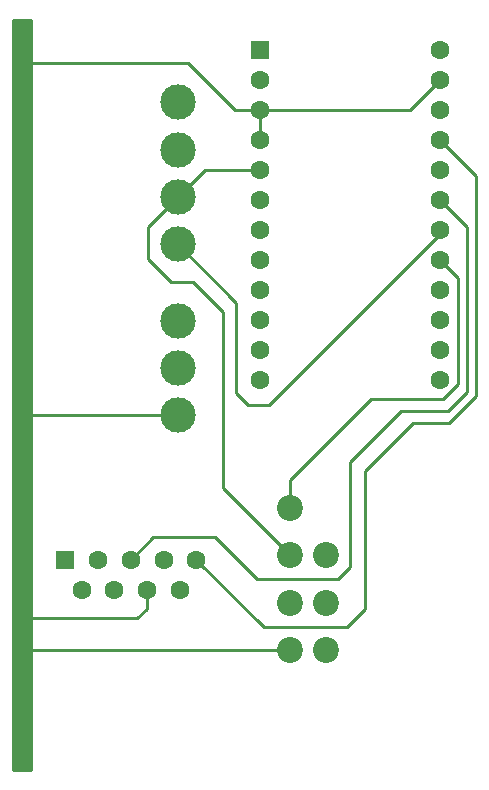
<source format=gbr>
%TF.GenerationSoftware,KiCad,Pcbnew,(5.1.10-1-10_14)*%
%TF.CreationDate,2021-08-22T18:05:08-04:00*%
%TF.ProjectId,Triple Controller,54726970-6c65-4204-936f-6e74726f6c6c,rev?*%
%TF.SameCoordinates,Original*%
%TF.FileFunction,Copper,L2,Bot*%
%TF.FilePolarity,Positive*%
%FSLAX46Y46*%
G04 Gerber Fmt 4.6, Leading zero omitted, Abs format (unit mm)*
G04 Created by KiCad (PCBNEW (5.1.10-1-10_14)) date 2021-08-22 18:05:08*
%MOMM*%
%LPD*%
G01*
G04 APERTURE LIST*
%TA.AperFunction,ComponentPad*%
%ADD10C,3.000000*%
%TD*%
%TA.AperFunction,ComponentPad*%
%ADD11C,1.600000*%
%TD*%
%TA.AperFunction,ComponentPad*%
%ADD12R,1.600000X1.600000*%
%TD*%
%TA.AperFunction,ComponentPad*%
%ADD13C,2.200000*%
%TD*%
%TA.AperFunction,Conductor*%
%ADD14C,0.250000*%
%TD*%
%TA.AperFunction,Conductor*%
%ADD15C,0.254000*%
%TD*%
%TA.AperFunction,Conductor*%
%ADD16C,0.100000*%
%TD*%
G04 APERTURE END LIST*
D10*
%TO.P,J2,7*%
%TO.N,Net-(J1-Pad1)*%
X142875000Y-60790000D03*
%TO.P,J2,6*%
%TO.N,Net-(J2-Pad6)*%
X142875000Y-56790000D03*
%TO.P,J2,5*%
%TO.N,Net-(J2-Pad5)*%
X142875000Y-52790000D03*
%TO.P,J2,4*%
%TO.N,Net-(J2-Pad4)*%
X142875000Y-46290000D03*
%TO.P,J2,3*%
%TO.N,Net-(J1-Pad3)*%
X142875000Y-42290000D03*
%TO.P,J2,2*%
%TO.N,Net-(J1-Pad2)*%
X142875000Y-38290000D03*
%TO.P,J2,1*%
%TO.N,Net-(J1-Pad7)*%
X142875000Y-34290000D03*
%TD*%
D11*
%TO.P,J3,9*%
%TO.N,Net-(J3-Pad9)*%
X143045000Y-75565000D03*
%TO.P,J3,8*%
%TO.N,Net-(J1-Pad1)*%
X140275000Y-75565000D03*
%TO.P,J3,7*%
%TO.N,Net-(J3-Pad7)*%
X137505000Y-75565000D03*
%TO.P,J3,6*%
%TO.N,Net-(J3-Pad6)*%
X134735000Y-75565000D03*
%TO.P,J3,5*%
%TO.N,Net-(J1-Pad7)*%
X144430000Y-73025000D03*
%TO.P,J3,4*%
%TO.N,Net-(J3-Pad4)*%
X141660000Y-73025000D03*
%TO.P,J3,3*%
%TO.N,Net-(J3-Pad3)*%
X138890000Y-73025000D03*
%TO.P,J3,2*%
%TO.N,Net-(J3-Pad2)*%
X136120000Y-73025000D03*
D12*
%TO.P,J3,1*%
%TO.N,Net-(J3-Pad1)*%
X133350000Y-73025000D03*
%TD*%
D11*
%TO.P,U1,24*%
%TO.N,Net-(U1-Pad24)*%
X165100000Y-29845000D03*
%TO.P,U1,23*%
%TO.N,Net-(J1-Pad1)*%
X165100000Y-32385000D03*
%TO.P,U1,22*%
%TO.N,Net-(U1-Pad22)*%
X165100000Y-34925000D03*
%TO.P,U1,21*%
%TO.N,Net-(J1-Pad7)*%
X165100000Y-37465000D03*
%TO.P,U1,20*%
%TO.N,Net-(J3-Pad4)*%
X165100000Y-40005000D03*
%TO.P,U1,19*%
%TO.N,Net-(J3-Pad3)*%
X165100000Y-42545000D03*
%TO.P,U1,18*%
%TO.N,Net-(J2-Pad4)*%
X165100000Y-45085000D03*
%TO.P,U1,17*%
%TO.N,Net-(J1-Pad4)*%
X165100000Y-47625000D03*
%TO.P,U1,16*%
%TO.N,Net-(J3-Pad9)*%
X165100000Y-50165000D03*
%TO.P,U1,15*%
%TO.N,Net-(J3-Pad6)*%
X165100000Y-52705000D03*
%TO.P,U1,14*%
%TO.N,Net-(U1-Pad14)*%
X165100000Y-55245000D03*
%TO.P,U1,13*%
%TO.N,Net-(U1-Pad13)*%
X165100000Y-57785000D03*
%TO.P,U1,12*%
%TO.N,Net-(U1-Pad12)*%
X149860000Y-57785000D03*
%TO.P,U1,11*%
%TO.N,Net-(U1-Pad11)*%
X149860000Y-55245000D03*
%TO.P,U1,10*%
%TO.N,Net-(J3-Pad7)*%
X149860000Y-52705000D03*
%TO.P,U1,9*%
%TO.N,Net-(J3-Pad2)*%
X149860000Y-50165000D03*
%TO.P,U1,8*%
%TO.N,Net-(J3-Pad1)*%
X149860000Y-47625000D03*
%TO.P,U1,7*%
%TO.N,Net-(U1-Pad7)*%
X149860000Y-45085000D03*
%TO.P,U1,6*%
%TO.N,Net-(J1-Pad2)*%
X149860000Y-42545000D03*
%TO.P,U1,5*%
%TO.N,Net-(J1-Pad3)*%
X149860000Y-40005000D03*
%TO.P,U1,4*%
%TO.N,Net-(J1-Pad1)*%
X149860000Y-37465000D03*
%TO.P,U1,3*%
X149860000Y-34925000D03*
%TO.P,U1,2*%
%TO.N,Net-(U1-Pad2)*%
X149860000Y-32385000D03*
D12*
%TO.P,U1,1*%
%TO.N,Net-(U1-Pad1)*%
X149860000Y-29845000D03*
%TD*%
D13*
%TO.P,J1,7*%
%TO.N,Net-(J1-Pad7)*%
X155400000Y-72645000D03*
%TO.P,J1,6*%
%TO.N,Net-(J1-Pad6)*%
X155400000Y-76645000D03*
%TO.P,J1,5*%
%TO.N,Net-(J1-Pad5)*%
X155400000Y-80645000D03*
%TO.P,J1,4*%
%TO.N,Net-(J1-Pad4)*%
X152400000Y-68645000D03*
%TO.P,J1,3*%
%TO.N,Net-(J1-Pad3)*%
X152400000Y-72645000D03*
%TO.P,J1,2*%
%TO.N,Net-(J1-Pad2)*%
X152400000Y-76645000D03*
%TO.P,J1,1*%
%TO.N,Net-(J1-Pad1)*%
X152400000Y-80645000D03*
%TD*%
D14*
%TO.N,Net-(J2-Pad4)*%
X165100000Y-45466000D02*
X165100000Y-45085000D01*
X147828000Y-51243000D02*
X147828000Y-58928000D01*
X150622000Y-59944000D02*
X165100000Y-45466000D01*
X148844000Y-59944000D02*
X150622000Y-59944000D01*
X147828000Y-58928000D02*
X148844000Y-59944000D01*
X142875000Y-46290000D02*
X147828000Y-51243000D01*
%TO.N,Net-(J1-Pad3)*%
X145160000Y-40005000D02*
X142875000Y-42290000D01*
X149860000Y-40005000D02*
X145160000Y-40005000D01*
X140335000Y-47548998D02*
X142316002Y-49530000D01*
X144145000Y-49530000D02*
X146685000Y-52070000D01*
X146685000Y-52070000D02*
X146685000Y-66930000D01*
X142316002Y-49530000D02*
X144145000Y-49530000D01*
X140335000Y-44830000D02*
X140335000Y-47548998D01*
X142875000Y-42290000D02*
X140335000Y-44830000D01*
X146685000Y-66930000D02*
X152400000Y-72645000D01*
%TO.N,Net-(J1-Pad7)*%
X165862000Y-61468000D02*
X168148000Y-59182000D01*
X168148000Y-59182000D02*
X168148000Y-40513000D01*
X162814000Y-61468000D02*
X165862000Y-61468000D01*
X168148000Y-40513000D02*
X165100000Y-37465000D01*
X158750000Y-77216000D02*
X158750000Y-65532000D01*
X157226000Y-78740000D02*
X158750000Y-77216000D01*
X158750000Y-65532000D02*
X162814000Y-61468000D01*
X150145000Y-78740000D02*
X157226000Y-78740000D01*
X144430000Y-73025000D02*
X150145000Y-78740000D01*
%TO.N,Net-(J1-Pad4)*%
X165100000Y-47625000D02*
X166624000Y-49149000D01*
X166624000Y-49149000D02*
X166624000Y-49276000D01*
X166624000Y-58166000D02*
X166624000Y-49149000D01*
X165354000Y-59436000D02*
X166624000Y-58166000D01*
X159258000Y-59436000D02*
X165354000Y-59436000D01*
X152400000Y-66294000D02*
X159258000Y-59436000D01*
X152400000Y-68645000D02*
X152400000Y-66294000D01*
%TO.N,Net-(J1-Pad1)*%
X149860000Y-37465000D02*
X149860000Y-34925000D01*
X149860000Y-34925000D02*
X147701000Y-34925000D01*
X147701000Y-34925000D02*
X143764000Y-30988000D01*
X162560000Y-34925000D02*
X165100000Y-32385000D01*
X149860000Y-34925000D02*
X162560000Y-34925000D01*
X143764000Y-30988000D02*
X140716000Y-30988000D01*
X140716000Y-30988000D02*
X140462000Y-30988000D01*
X140716000Y-30988000D02*
X139192000Y-30988000D01*
X139192000Y-30988000D02*
X130556000Y-30988000D01*
X139192000Y-30988000D02*
X138684000Y-30988000D01*
X140275000Y-75565000D02*
X140275000Y-77149000D01*
X140275000Y-77149000D02*
X139446000Y-77978000D01*
X139446000Y-77978000D02*
X130302000Y-77978000D01*
X152400000Y-80645000D02*
X130175000Y-80645000D01*
X142875000Y-60790000D02*
X129370000Y-60790000D01*
%TO.N,Net-(J3-Pad3)*%
X156464000Y-74676000D02*
X149606000Y-74676000D01*
X157480000Y-64770000D02*
X157480000Y-73660000D01*
X157480000Y-73660000D02*
X156464000Y-74676000D01*
X161798000Y-60452000D02*
X157480000Y-64770000D01*
X165736410Y-60452000D02*
X161798000Y-60452000D01*
X167386000Y-44831000D02*
X167386000Y-58802410D01*
X165100000Y-42545000D02*
X167386000Y-44831000D01*
X149606000Y-74676000D02*
X146050000Y-71120000D01*
X167386000Y-58802410D02*
X165736410Y-60452000D01*
X140795000Y-71120000D02*
X138890000Y-73025000D01*
X141986000Y-71120000D02*
X140795000Y-71120000D01*
X146050000Y-71120000D02*
X141986000Y-71120000D01*
X141986000Y-71120000D02*
X141811000Y-71120000D01*
%TD*%
D15*
%TO.N,Net-(J1-Pad1)*%
X130429000Y-90780000D02*
X128930000Y-90780000D01*
X128930000Y-27330000D01*
X130429000Y-27330000D01*
X130429000Y-90780000D01*
%TA.AperFunction,Conductor*%
D16*
G36*
X130429000Y-90780000D02*
G01*
X128930000Y-90780000D01*
X128930000Y-27330000D01*
X130429000Y-27330000D01*
X130429000Y-90780000D01*
G37*
%TD.AperFunction*%
%TD*%
M02*

</source>
